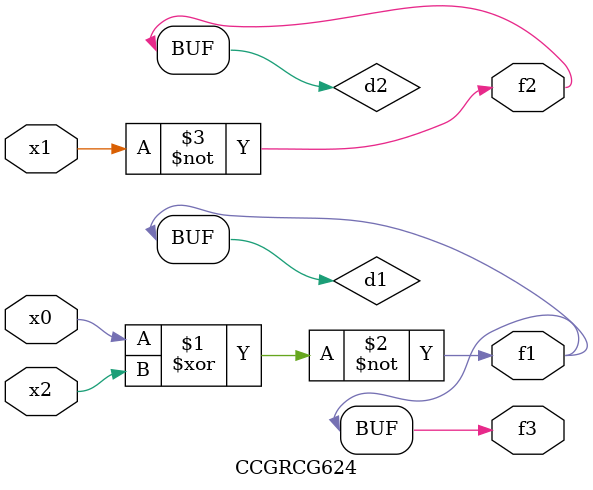
<source format=v>
module CCGRCG624(
	input x0, x1, x2,
	output f1, f2, f3
);

	wire d1, d2, d3;

	xnor (d1, x0, x2);
	nand (d2, x1);
	nor (d3, x1, x2);
	assign f1 = d1;
	assign f2 = d2;
	assign f3 = d1;
endmodule

</source>
